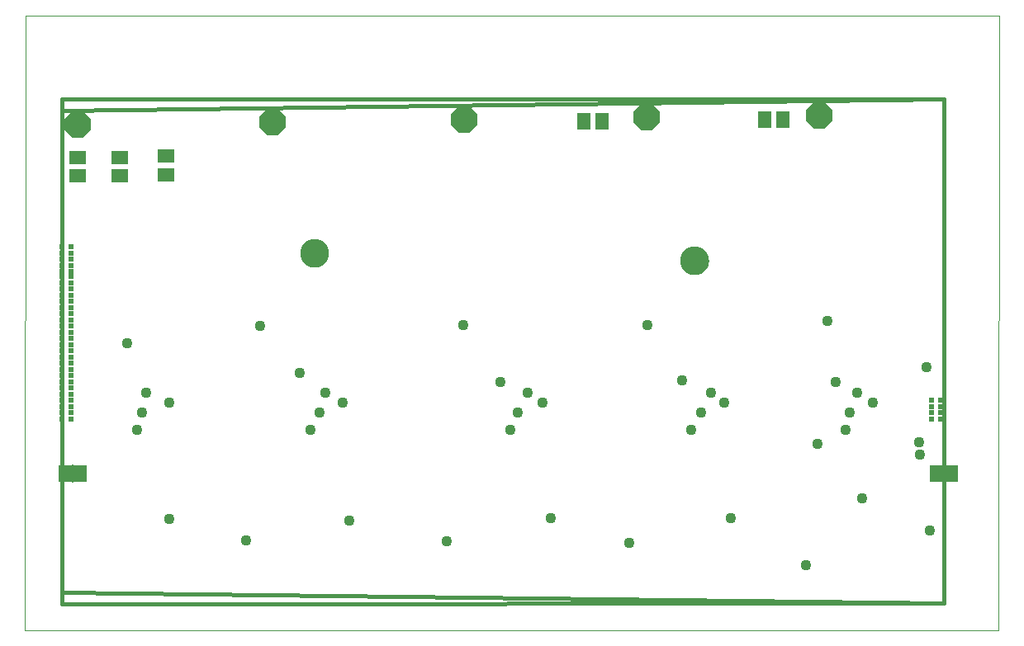
<source format=gbs>
G75*
%MOIN*%
%OFA0B0*%
%FSLAX25Y25*%
%IPPOS*%
%LPD*%
%AMOC8*
5,1,8,0,0,1.08239X$1,22.5*
%
%ADD10C,0.00000*%
%ADD11C,0.01600*%
%ADD12C,0.11624*%
%ADD13R,0.05200X0.06900*%
%ADD14R,0.00600X0.07200*%
%ADD15R,0.02100X0.02100*%
%ADD16OC8,0.10600*%
%ADD17R,0.06506X0.05718*%
%ADD18R,0.05718X0.06506*%
%ADD19C,0.04362*%
D10*
X0001000Y0001000D02*
X0001500Y0249501D01*
X0394621Y0249501D01*
X0394121Y0001000D01*
X0001000Y0001000D01*
X0112488Y0153500D02*
X0112490Y0153648D01*
X0112496Y0153796D01*
X0112506Y0153944D01*
X0112520Y0154091D01*
X0112538Y0154238D01*
X0112559Y0154384D01*
X0112585Y0154530D01*
X0112615Y0154675D01*
X0112648Y0154819D01*
X0112686Y0154962D01*
X0112727Y0155104D01*
X0112772Y0155245D01*
X0112820Y0155385D01*
X0112873Y0155524D01*
X0112929Y0155661D01*
X0112989Y0155796D01*
X0113052Y0155930D01*
X0113119Y0156062D01*
X0113190Y0156192D01*
X0113264Y0156320D01*
X0113341Y0156446D01*
X0113422Y0156570D01*
X0113506Y0156692D01*
X0113593Y0156811D01*
X0113684Y0156928D01*
X0113778Y0157043D01*
X0113874Y0157155D01*
X0113974Y0157265D01*
X0114076Y0157371D01*
X0114182Y0157475D01*
X0114290Y0157576D01*
X0114401Y0157674D01*
X0114514Y0157770D01*
X0114630Y0157862D01*
X0114748Y0157951D01*
X0114869Y0158036D01*
X0114992Y0158119D01*
X0115117Y0158198D01*
X0115244Y0158274D01*
X0115373Y0158346D01*
X0115504Y0158415D01*
X0115637Y0158480D01*
X0115772Y0158541D01*
X0115908Y0158599D01*
X0116045Y0158654D01*
X0116184Y0158704D01*
X0116325Y0158751D01*
X0116466Y0158794D01*
X0116609Y0158834D01*
X0116753Y0158869D01*
X0116897Y0158901D01*
X0117043Y0158928D01*
X0117189Y0158952D01*
X0117336Y0158972D01*
X0117483Y0158988D01*
X0117630Y0159000D01*
X0117778Y0159008D01*
X0117926Y0159012D01*
X0118074Y0159012D01*
X0118222Y0159008D01*
X0118370Y0159000D01*
X0118517Y0158988D01*
X0118664Y0158972D01*
X0118811Y0158952D01*
X0118957Y0158928D01*
X0119103Y0158901D01*
X0119247Y0158869D01*
X0119391Y0158834D01*
X0119534Y0158794D01*
X0119675Y0158751D01*
X0119816Y0158704D01*
X0119955Y0158654D01*
X0120092Y0158599D01*
X0120228Y0158541D01*
X0120363Y0158480D01*
X0120496Y0158415D01*
X0120627Y0158346D01*
X0120756Y0158274D01*
X0120883Y0158198D01*
X0121008Y0158119D01*
X0121131Y0158036D01*
X0121252Y0157951D01*
X0121370Y0157862D01*
X0121486Y0157770D01*
X0121599Y0157674D01*
X0121710Y0157576D01*
X0121818Y0157475D01*
X0121924Y0157371D01*
X0122026Y0157265D01*
X0122126Y0157155D01*
X0122222Y0157043D01*
X0122316Y0156928D01*
X0122407Y0156811D01*
X0122494Y0156692D01*
X0122578Y0156570D01*
X0122659Y0156446D01*
X0122736Y0156320D01*
X0122810Y0156192D01*
X0122881Y0156062D01*
X0122948Y0155930D01*
X0123011Y0155796D01*
X0123071Y0155661D01*
X0123127Y0155524D01*
X0123180Y0155385D01*
X0123228Y0155245D01*
X0123273Y0155104D01*
X0123314Y0154962D01*
X0123352Y0154819D01*
X0123385Y0154675D01*
X0123415Y0154530D01*
X0123441Y0154384D01*
X0123462Y0154238D01*
X0123480Y0154091D01*
X0123494Y0153944D01*
X0123504Y0153796D01*
X0123510Y0153648D01*
X0123512Y0153500D01*
X0123510Y0153352D01*
X0123504Y0153204D01*
X0123494Y0153056D01*
X0123480Y0152909D01*
X0123462Y0152762D01*
X0123441Y0152616D01*
X0123415Y0152470D01*
X0123385Y0152325D01*
X0123352Y0152181D01*
X0123314Y0152038D01*
X0123273Y0151896D01*
X0123228Y0151755D01*
X0123180Y0151615D01*
X0123127Y0151476D01*
X0123071Y0151339D01*
X0123011Y0151204D01*
X0122948Y0151070D01*
X0122881Y0150938D01*
X0122810Y0150808D01*
X0122736Y0150680D01*
X0122659Y0150554D01*
X0122578Y0150430D01*
X0122494Y0150308D01*
X0122407Y0150189D01*
X0122316Y0150072D01*
X0122222Y0149957D01*
X0122126Y0149845D01*
X0122026Y0149735D01*
X0121924Y0149629D01*
X0121818Y0149525D01*
X0121710Y0149424D01*
X0121599Y0149326D01*
X0121486Y0149230D01*
X0121370Y0149138D01*
X0121252Y0149049D01*
X0121131Y0148964D01*
X0121008Y0148881D01*
X0120883Y0148802D01*
X0120756Y0148726D01*
X0120627Y0148654D01*
X0120496Y0148585D01*
X0120363Y0148520D01*
X0120228Y0148459D01*
X0120092Y0148401D01*
X0119955Y0148346D01*
X0119816Y0148296D01*
X0119675Y0148249D01*
X0119534Y0148206D01*
X0119391Y0148166D01*
X0119247Y0148131D01*
X0119103Y0148099D01*
X0118957Y0148072D01*
X0118811Y0148048D01*
X0118664Y0148028D01*
X0118517Y0148012D01*
X0118370Y0148000D01*
X0118222Y0147992D01*
X0118074Y0147988D01*
X0117926Y0147988D01*
X0117778Y0147992D01*
X0117630Y0148000D01*
X0117483Y0148012D01*
X0117336Y0148028D01*
X0117189Y0148048D01*
X0117043Y0148072D01*
X0116897Y0148099D01*
X0116753Y0148131D01*
X0116609Y0148166D01*
X0116466Y0148206D01*
X0116325Y0148249D01*
X0116184Y0148296D01*
X0116045Y0148346D01*
X0115908Y0148401D01*
X0115772Y0148459D01*
X0115637Y0148520D01*
X0115504Y0148585D01*
X0115373Y0148654D01*
X0115244Y0148726D01*
X0115117Y0148802D01*
X0114992Y0148881D01*
X0114869Y0148964D01*
X0114748Y0149049D01*
X0114630Y0149138D01*
X0114514Y0149230D01*
X0114401Y0149326D01*
X0114290Y0149424D01*
X0114182Y0149525D01*
X0114076Y0149629D01*
X0113974Y0149735D01*
X0113874Y0149845D01*
X0113778Y0149957D01*
X0113684Y0150072D01*
X0113593Y0150189D01*
X0113506Y0150308D01*
X0113422Y0150430D01*
X0113341Y0150554D01*
X0113264Y0150680D01*
X0113190Y0150808D01*
X0113119Y0150938D01*
X0113052Y0151070D01*
X0112989Y0151204D01*
X0112929Y0151339D01*
X0112873Y0151476D01*
X0112820Y0151615D01*
X0112772Y0151755D01*
X0112727Y0151896D01*
X0112686Y0152038D01*
X0112648Y0152181D01*
X0112615Y0152325D01*
X0112585Y0152470D01*
X0112559Y0152616D01*
X0112538Y0152762D01*
X0112520Y0152909D01*
X0112506Y0153056D01*
X0112496Y0153204D01*
X0112490Y0153352D01*
X0112488Y0153500D01*
X0265988Y0150500D02*
X0265990Y0150648D01*
X0265996Y0150796D01*
X0266006Y0150944D01*
X0266020Y0151091D01*
X0266038Y0151238D01*
X0266059Y0151384D01*
X0266085Y0151530D01*
X0266115Y0151675D01*
X0266148Y0151819D01*
X0266186Y0151962D01*
X0266227Y0152104D01*
X0266272Y0152245D01*
X0266320Y0152385D01*
X0266373Y0152524D01*
X0266429Y0152661D01*
X0266489Y0152796D01*
X0266552Y0152930D01*
X0266619Y0153062D01*
X0266690Y0153192D01*
X0266764Y0153320D01*
X0266841Y0153446D01*
X0266922Y0153570D01*
X0267006Y0153692D01*
X0267093Y0153811D01*
X0267184Y0153928D01*
X0267278Y0154043D01*
X0267374Y0154155D01*
X0267474Y0154265D01*
X0267576Y0154371D01*
X0267682Y0154475D01*
X0267790Y0154576D01*
X0267901Y0154674D01*
X0268014Y0154770D01*
X0268130Y0154862D01*
X0268248Y0154951D01*
X0268369Y0155036D01*
X0268492Y0155119D01*
X0268617Y0155198D01*
X0268744Y0155274D01*
X0268873Y0155346D01*
X0269004Y0155415D01*
X0269137Y0155480D01*
X0269272Y0155541D01*
X0269408Y0155599D01*
X0269545Y0155654D01*
X0269684Y0155704D01*
X0269825Y0155751D01*
X0269966Y0155794D01*
X0270109Y0155834D01*
X0270253Y0155869D01*
X0270397Y0155901D01*
X0270543Y0155928D01*
X0270689Y0155952D01*
X0270836Y0155972D01*
X0270983Y0155988D01*
X0271130Y0156000D01*
X0271278Y0156008D01*
X0271426Y0156012D01*
X0271574Y0156012D01*
X0271722Y0156008D01*
X0271870Y0156000D01*
X0272017Y0155988D01*
X0272164Y0155972D01*
X0272311Y0155952D01*
X0272457Y0155928D01*
X0272603Y0155901D01*
X0272747Y0155869D01*
X0272891Y0155834D01*
X0273034Y0155794D01*
X0273175Y0155751D01*
X0273316Y0155704D01*
X0273455Y0155654D01*
X0273592Y0155599D01*
X0273728Y0155541D01*
X0273863Y0155480D01*
X0273996Y0155415D01*
X0274127Y0155346D01*
X0274256Y0155274D01*
X0274383Y0155198D01*
X0274508Y0155119D01*
X0274631Y0155036D01*
X0274752Y0154951D01*
X0274870Y0154862D01*
X0274986Y0154770D01*
X0275099Y0154674D01*
X0275210Y0154576D01*
X0275318Y0154475D01*
X0275424Y0154371D01*
X0275526Y0154265D01*
X0275626Y0154155D01*
X0275722Y0154043D01*
X0275816Y0153928D01*
X0275907Y0153811D01*
X0275994Y0153692D01*
X0276078Y0153570D01*
X0276159Y0153446D01*
X0276236Y0153320D01*
X0276310Y0153192D01*
X0276381Y0153062D01*
X0276448Y0152930D01*
X0276511Y0152796D01*
X0276571Y0152661D01*
X0276627Y0152524D01*
X0276680Y0152385D01*
X0276728Y0152245D01*
X0276773Y0152104D01*
X0276814Y0151962D01*
X0276852Y0151819D01*
X0276885Y0151675D01*
X0276915Y0151530D01*
X0276941Y0151384D01*
X0276962Y0151238D01*
X0276980Y0151091D01*
X0276994Y0150944D01*
X0277004Y0150796D01*
X0277010Y0150648D01*
X0277012Y0150500D01*
X0277010Y0150352D01*
X0277004Y0150204D01*
X0276994Y0150056D01*
X0276980Y0149909D01*
X0276962Y0149762D01*
X0276941Y0149616D01*
X0276915Y0149470D01*
X0276885Y0149325D01*
X0276852Y0149181D01*
X0276814Y0149038D01*
X0276773Y0148896D01*
X0276728Y0148755D01*
X0276680Y0148615D01*
X0276627Y0148476D01*
X0276571Y0148339D01*
X0276511Y0148204D01*
X0276448Y0148070D01*
X0276381Y0147938D01*
X0276310Y0147808D01*
X0276236Y0147680D01*
X0276159Y0147554D01*
X0276078Y0147430D01*
X0275994Y0147308D01*
X0275907Y0147189D01*
X0275816Y0147072D01*
X0275722Y0146957D01*
X0275626Y0146845D01*
X0275526Y0146735D01*
X0275424Y0146629D01*
X0275318Y0146525D01*
X0275210Y0146424D01*
X0275099Y0146326D01*
X0274986Y0146230D01*
X0274870Y0146138D01*
X0274752Y0146049D01*
X0274631Y0145964D01*
X0274508Y0145881D01*
X0274383Y0145802D01*
X0274256Y0145726D01*
X0274127Y0145654D01*
X0273996Y0145585D01*
X0273863Y0145520D01*
X0273728Y0145459D01*
X0273592Y0145401D01*
X0273455Y0145346D01*
X0273316Y0145296D01*
X0273175Y0145249D01*
X0273034Y0145206D01*
X0272891Y0145166D01*
X0272747Y0145131D01*
X0272603Y0145099D01*
X0272457Y0145072D01*
X0272311Y0145048D01*
X0272164Y0145028D01*
X0272017Y0145012D01*
X0271870Y0145000D01*
X0271722Y0144992D01*
X0271574Y0144988D01*
X0271426Y0144988D01*
X0271278Y0144992D01*
X0271130Y0145000D01*
X0270983Y0145012D01*
X0270836Y0145028D01*
X0270689Y0145048D01*
X0270543Y0145072D01*
X0270397Y0145099D01*
X0270253Y0145131D01*
X0270109Y0145166D01*
X0269966Y0145206D01*
X0269825Y0145249D01*
X0269684Y0145296D01*
X0269545Y0145346D01*
X0269408Y0145401D01*
X0269272Y0145459D01*
X0269137Y0145520D01*
X0269004Y0145585D01*
X0268873Y0145654D01*
X0268744Y0145726D01*
X0268617Y0145802D01*
X0268492Y0145881D01*
X0268369Y0145964D01*
X0268248Y0146049D01*
X0268130Y0146138D01*
X0268014Y0146230D01*
X0267901Y0146326D01*
X0267790Y0146424D01*
X0267682Y0146525D01*
X0267576Y0146629D01*
X0267474Y0146735D01*
X0267374Y0146845D01*
X0267278Y0146957D01*
X0267184Y0147072D01*
X0267093Y0147189D01*
X0267006Y0147308D01*
X0266922Y0147430D01*
X0266841Y0147554D01*
X0266764Y0147680D01*
X0266690Y0147808D01*
X0266619Y0147938D01*
X0266552Y0148070D01*
X0266489Y0148204D01*
X0266429Y0148339D01*
X0266373Y0148476D01*
X0266320Y0148615D01*
X0266272Y0148755D01*
X0266227Y0148896D01*
X0266186Y0149038D01*
X0266148Y0149181D01*
X0266115Y0149325D01*
X0266085Y0149470D01*
X0266059Y0149616D01*
X0266038Y0149762D01*
X0266020Y0149909D01*
X0266006Y0150056D01*
X0265996Y0150204D01*
X0265990Y0150352D01*
X0265988Y0150500D01*
D11*
X0372200Y0215800D02*
X0016000Y0211200D01*
X0016000Y0215800D01*
X0372200Y0215800D01*
X0372250Y0215800D01*
X0372250Y0012000D01*
X0016000Y0011800D01*
X0016000Y0016500D01*
X0372300Y0012000D01*
X0016000Y0016500D02*
X0016000Y0030500D01*
X0016000Y0062000D01*
X0016000Y0211200D01*
D12*
X0118000Y0153500D03*
X0271500Y0150500D03*
D13*
X0369000Y0064500D03*
X0375000Y0064500D03*
X0023500Y0064500D03*
X0017500Y0064500D03*
D14*
X0020500Y0064500D03*
X0372000Y0064500D03*
D15*
X0370787Y0086500D03*
X0370787Y0089000D03*
X0370787Y0091500D03*
X0370787Y0094000D03*
X0367213Y0094000D03*
X0367213Y0091500D03*
X0367213Y0089000D03*
X0367213Y0086500D03*
X0019787Y0086500D03*
X0019787Y0089000D03*
X0019787Y0091500D03*
X0019787Y0094000D03*
X0019787Y0096500D03*
X0019787Y0099000D03*
X0019787Y0101500D03*
X0019787Y0104000D03*
X0019787Y0106500D03*
X0019787Y0109000D03*
X0019787Y0111500D03*
X0019787Y0114000D03*
X0019787Y0116500D03*
X0019787Y0119000D03*
X0019787Y0121500D03*
X0019787Y0124000D03*
X0019787Y0126500D03*
X0019787Y0129000D03*
X0019787Y0131500D03*
X0019787Y0134000D03*
X0019787Y0136500D03*
X0019787Y0139000D03*
X0019787Y0141500D03*
X0019787Y0144000D03*
X0019787Y0146000D03*
X0019787Y0148500D03*
X0019787Y0151000D03*
X0019787Y0153500D03*
X0019787Y0156000D03*
X0016213Y0156000D03*
X0016213Y0153500D03*
X0016213Y0151000D03*
X0016213Y0148500D03*
X0016213Y0146000D03*
X0016213Y0144000D03*
X0016213Y0141500D03*
X0016213Y0139000D03*
X0016213Y0136500D03*
X0016213Y0134000D03*
X0016213Y0131500D03*
X0016213Y0129000D03*
X0016213Y0126500D03*
X0016213Y0124000D03*
X0016213Y0121500D03*
X0016213Y0119000D03*
X0016213Y0116500D03*
X0016213Y0114000D03*
X0016213Y0111500D03*
X0016213Y0109000D03*
X0016213Y0106500D03*
X0016213Y0104000D03*
X0016213Y0101500D03*
X0016213Y0099000D03*
X0016213Y0096500D03*
X0016213Y0094000D03*
X0016213Y0091500D03*
X0016213Y0089000D03*
X0016213Y0086500D03*
D16*
X0022350Y0205300D03*
X0101050Y0206500D03*
X0178550Y0207400D03*
X0252200Y0208400D03*
X0321700Y0209050D03*
D17*
X0058000Y0192740D03*
X0058000Y0185260D03*
X0039450Y0184760D03*
X0039450Y0192240D03*
X0022400Y0192240D03*
X0022400Y0184760D03*
D18*
X0226760Y0206950D03*
X0234240Y0206950D03*
X0299760Y0207400D03*
X0307240Y0207400D03*
D19*
X0325000Y0126000D03*
X0328500Y0101500D03*
X0337000Y0097000D03*
X0343500Y0093000D03*
X0334000Y0089000D03*
X0332500Y0082000D03*
X0321000Y0076500D03*
X0339000Y0054500D03*
X0362500Y0072000D03*
X0362000Y0077000D03*
X0365000Y0107500D03*
X0283500Y0093000D03*
X0278000Y0097000D03*
X0274000Y0089000D03*
X0270000Y0082000D03*
X0266500Y0102000D03*
X0252500Y0124500D03*
X0210000Y0093000D03*
X0204000Y0097000D03*
X0200000Y0089000D03*
X0197000Y0082000D03*
X0193000Y0101500D03*
X0178000Y0124500D03*
X0129500Y0093000D03*
X0122500Y0097000D03*
X0120000Y0089000D03*
X0116500Y0082000D03*
X0112000Y0105000D03*
X0096000Y0124000D03*
X0059500Y0093000D03*
X0050000Y0097000D03*
X0048500Y0089000D03*
X0046500Y0082000D03*
X0042500Y0117000D03*
X0059500Y0046000D03*
X0090500Y0037500D03*
X0132000Y0045500D03*
X0171500Y0037000D03*
X0213500Y0046500D03*
X0245000Y0036500D03*
X0286000Y0046500D03*
X0316500Y0027500D03*
X0366500Y0041500D03*
M02*

</source>
